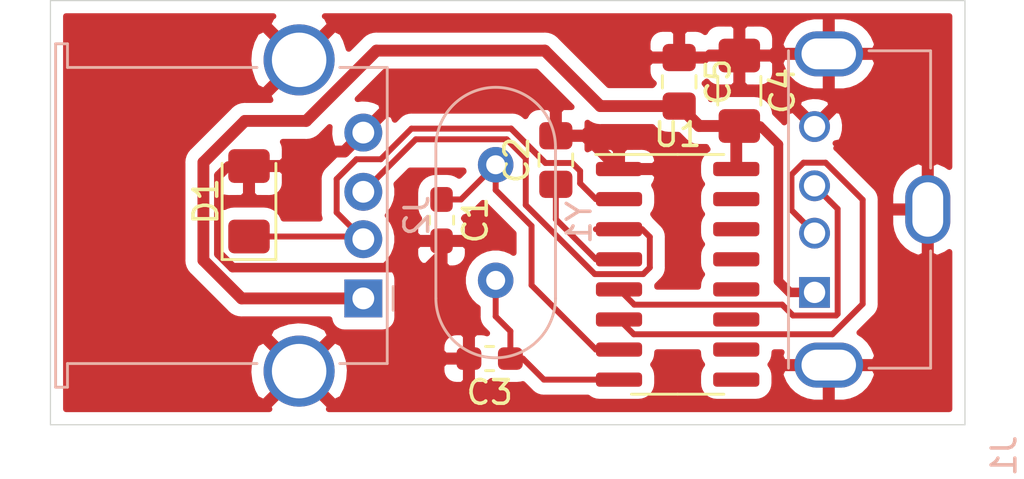
<source format=kicad_pcb>
(kicad_pcb (version 20171130) (host pcbnew 5.1.5+dfsg1-2build2)

  (general
    (thickness 1.6)
    (drawings 4)
    (tracks 92)
    (zones 0)
    (modules 10)
    (nets 10)
  )

  (page A4)
  (layers
    (0 F.Cu signal)
    (31 B.Cu signal)
    (32 B.Adhes user)
    (33 F.Adhes user)
    (34 B.Paste user)
    (35 F.Paste user)
    (36 B.SilkS user)
    (37 F.SilkS user)
    (38 B.Mask user)
    (39 F.Mask user)
    (40 Dwgs.User user)
    (41 Cmts.User user)
    (42 Eco1.User user)
    (43 Eco2.User user)
    (44 Edge.Cuts user)
    (45 Margin user)
    (46 B.CrtYd user)
    (47 F.CrtYd user)
    (48 B.Fab user)
    (49 F.Fab user)
  )

  (setup
    (last_trace_width 0.25)
    (trace_clearance 0.2)
    (zone_clearance 0.508)
    (zone_45_only no)
    (trace_min 0.2)
    (via_size 0.8)
    (via_drill 0.4)
    (via_min_size 0.4)
    (via_min_drill 0.3)
    (uvia_size 0.3)
    (uvia_drill 0.1)
    (uvias_allowed no)
    (uvia_min_size 0.2)
    (uvia_min_drill 0.1)
    (edge_width 0.05)
    (segment_width 0.2)
    (pcb_text_width 0.3)
    (pcb_text_size 1.5 1.5)
    (mod_edge_width 0.12)
    (mod_text_size 1 1)
    (mod_text_width 0.15)
    (pad_size 1.524 1.524)
    (pad_drill 0.762)
    (pad_to_mask_clearance 0.051)
    (solder_mask_min_width 0.25)
    (aux_axis_origin 0 0)
    (visible_elements FFFFFF7F)
    (pcbplotparams
      (layerselection 0x010fc_ffffffff)
      (usegerberextensions false)
      (usegerberattributes false)
      (usegerberadvancedattributes false)
      (creategerberjobfile false)
      (excludeedgelayer true)
      (linewidth 0.010000)
      (plotframeref false)
      (viasonmask false)
      (mode 1)
      (useauxorigin false)
      (hpglpennumber 1)
      (hpglpenspeed 20)
      (hpglpendiameter 15.000000)
      (psnegative false)
      (psa4output false)
      (plotreference true)
      (plotvalue true)
      (plotinvisibletext false)
      (padsonsilk false)
      (subtractmaskfromsilk false)
      (outputformat 1)
      (mirror false)
      (drillshape 1)
      (scaleselection 1)
      (outputdirectory ""))
  )

  (net 0 "")
  (net 1 "Net-(C1-Pad1)")
  (net 2 Earth)
  (net 3 "Net-(C2-Pad1)")
  (net 4 "Net-(C3-Pad1)")
  (net 5 +5V)
  (net 6 "Net-(D1-Pad1)")
  (net 7 "Net-(J1-Pad2)")
  (net 8 "Net-(J1-Pad3)")
  (net 9 "Net-(J2-Pad3)")

  (net_class Default "This is the default net class."
    (clearance 0.2)
    (trace_width 0.25)
    (via_dia 0.8)
    (via_drill 0.4)
    (uvia_dia 0.3)
    (uvia_drill 0.1)
    (add_net "Net-(C1-Pad1)")
    (add_net "Net-(C2-Pad1)")
    (add_net "Net-(C3-Pad1)")
    (add_net "Net-(D1-Pad1)")
    (add_net "Net-(J1-Pad2)")
    (add_net "Net-(J1-Pad3)")
    (add_net "Net-(J2-Pad3)")
  )

  (net_class Power ""
    (clearance 0.2)
    (trace_width 0.4)
    (via_dia 0.8)
    (via_drill 0.4)
    (uvia_dia 0.3)
    (uvia_drill 0.1)
    (add_net +5V)
    (add_net Earth)
  )

  (module Connector_USB:USB_A_Molex_105057_Vertical (layer B.Cu) (tedit 5C671087) (tstamp 5F4AF6F5)
    (at 134.62 103.632 90)
    (descr https://www.molex.com/pdm_docs/sd/1050570001_sd.pdf)
    (tags "USB A Vertical")
    (path /5F4B5260)
    (fp_text reference J1 (at -6.9 8 -90) (layer B.SilkS)
      (effects (font (size 1 1) (thickness 0.15)) (justify mirror))
    )
    (fp_text value USB (at 0 -8 90) (layer B.Fab)
      (effects (font (size 1 1) (thickness 0.15)) (justify mirror))
    )
    (fp_line (start 10.2 -1.1) (end -3.2 -1.1) (layer B.SilkS) (width 0.12))
    (fp_line (start 10.2 4.9) (end 5.25 4.9) (layer B.SilkS) (width 0.12))
    (fp_line (start 10.2 4.9) (end 10.2 2.3) (layer B.SilkS) (width 0.12))
    (fp_line (start -3.2 4.9) (end -3.2 2.3) (layer B.SilkS) (width 0.12))
    (fp_line (start -3.2 4.9) (end 1.75 4.9) (layer B.SilkS) (width 0.12))
    (fp_line (start 10.05 -0.96) (end 0.65 -0.96) (layer B.Fab) (width 0.1))
    (fp_line (start -0.65 -0.96) (end -3.05 -0.96) (layer B.Fab) (width 0.1))
    (fp_line (start 0 -0.2) (end 0.65 -0.96) (layer B.Fab) (width 0.1))
    (fp_line (start -0.65 -0.96) (end 0 -0.2) (layer B.Fab) (width 0.1))
    (fp_line (start -4.52 6.23) (end 11.52 6.23) (layer B.CrtYd) (width 0.05))
    (fp_line (start -4.52 -1.46) (end -4.52 6.23) (layer B.CrtYd) (width 0.05))
    (fp_line (start 11.52 -1.46) (end -4.52 -1.46) (layer B.CrtYd) (width 0.05))
    (fp_line (start 11.52 6.23) (end 11.52 -1.46) (layer B.CrtYd) (width 0.05))
    (fp_line (start -3.05 -0.96) (end -3.05 4.76) (layer B.Fab) (width 0.1))
    (fp_line (start 10.05 4.76) (end 10.05 -0.96) (layer B.Fab) (width 0.1))
    (fp_line (start -3.05 4.76) (end 10.05 4.76) (layer B.Fab) (width 0.1))
    (fp_text user %R (at -6 0) (layer B.Fab)
      (effects (font (size 1 1) (thickness 0.15)) (justify mirror))
    )
    (fp_text user "PCB Edge" (at 1.8 0.558 -90) (layer Dwgs.User)
      (effects (font (size 0.6 0.6) (thickness 0.09)))
    )
    (pad 5 thru_hole oval (at 3.5 4.78) (size 1.9 2.9) (drill oval 1.3 2.3) (layers *.Cu *.Mask)
      (net 2 Earth))
    (pad 5 thru_hole oval (at 10.07 0.6 90) (size 1.9 2.9) (drill oval 1.3 2.3) (layers *.Cu *.Mask)
      (net 2 Earth))
    (pad 5 thru_hole oval (at -3.07 0.6 270) (size 1.9 2.9) (drill oval 1.3 2.3) (layers *.Cu *.Mask)
      (net 2 Earth))
    (pad 4 thru_hole circle (at 7 0 90) (size 1.3 1.3) (drill 0.9) (layers *.Cu *.Mask)
      (net 2 Earth))
    (pad 3 thru_hole circle (at 4.5 0 90) (size 1.3 1.3) (drill 0.9) (layers *.Cu *.Mask)
      (net 8 "Net-(J1-Pad3)"))
    (pad 2 thru_hole circle (at 2.5 0 90) (size 1.3 1.3) (drill 0.9) (layers *.Cu *.Mask)
      (net 7 "Net-(J1-Pad2)"))
    (pad 1 thru_hole rect (at 0 0 90) (size 1.3 1.3) (drill 0.9) (layers *.Cu *.Mask)
      (net 5 +5V))
    (model ${KISYS3DMOD}/Connector_USB.3dshapes/USB_A_Molex_105057_Vertical.wrl
      (at (xyz 0 0 0))
      (scale (xyz 1 1 1))
      (rotate (xyz 0 0 0))
    )
  )

  (module Connector_USB:USB_A_Stewart_SS-52100-001_Horizontal (layer B.Cu) (tedit 5CB49A87) (tstamp 5F4AF5CA)
    (at 115.57 103.886 90)
    (descr "USB A connector https://belfuse.com/resources/drawings/stewartconnector/dr-stw-ss-52100-001.pdf")
    (tags "USB_A Female Connector receptacle")
    (path /5F4B4600)
    (fp_text reference J2 (at 3.5 2.26 -90) (layer B.SilkS)
      (effects (font (size 1 1) (thickness 0.15)) (justify mirror))
    )
    (fp_text value TTL (at 3.5 -14.49 -90) (layer B.Fab)
      (effects (font (size 1 1) (thickness 0.15)) (justify mirror))
    )
    (fp_line (start 10.25 -4.74) (end 11.25 -4.74) (layer B.CrtYd) (width 0.05))
    (fp_line (start 10.25 -11.99) (end 10.25 -4.74) (layer B.CrtYd) (width 0.05))
    (fp_line (start 11.25 -11.99) (end 10.25 -11.99) (layer B.CrtYd) (width 0.05))
    (fp_line (start 11.25 -13.49) (end 11.25 -11.99) (layer B.CrtYd) (width 0.05))
    (fp_line (start -4.25 -13.49) (end 11.25 -13.49) (layer B.CrtYd) (width 0.05))
    (fp_line (start -4.25 -11.99) (end -4.25 -13.49) (layer B.CrtYd) (width 0.05))
    (fp_line (start -3.25 -11.99) (end -4.25 -11.99) (layer B.CrtYd) (width 0.05))
    (fp_line (start -3.25 -4.74) (end -3.25 -11.99) (layer B.CrtYd) (width 0.05))
    (fp_line (start 0 0.76) (end 0.25 1.01) (layer B.Fab) (width 0.1))
    (fp_line (start -0.25 1.01) (end 0 0.76) (layer B.Fab) (width 0.1))
    (fp_line (start -0.5 1.26) (end 0.5 1.26) (layer B.SilkS) (width 0.12))
    (fp_line (start -3.75 -12.49) (end -3.75 -12.99) (layer B.SilkS) (width 0.12))
    (fp_line (start -2.75 -12.49) (end -3.75 -12.49) (layer B.SilkS) (width 0.12))
    (fp_line (start -2.75 -4.49) (end -2.75 -12.49) (layer B.SilkS) (width 0.12))
    (fp_line (start -2.75 1.01) (end -2.75 -0.99) (layer B.SilkS) (width 0.12))
    (fp_line (start 9.75 1.01) (end -2.75 1.01) (layer B.SilkS) (width 0.12))
    (fp_line (start 9.75 -0.99) (end 9.75 1.01) (layer B.SilkS) (width 0.12))
    (fp_line (start 9.75 -12.49) (end 9.75 -4.49) (layer B.SilkS) (width 0.12))
    (fp_line (start 10.75 -12.49) (end 9.75 -12.49) (layer B.SilkS) (width 0.12))
    (fp_line (start 10.75 -12.99) (end 10.75 -12.49) (layer B.SilkS) (width 0.12))
    (fp_line (start -3.75 -12.99) (end 10.75 -12.99) (layer B.SilkS) (width 0.12))
    (fp_text user %R (at 3.5 -5.99 -90) (layer B.Fab)
      (effects (font (size 1 1) (thickness 0.15)) (justify mirror))
    )
    (fp_line (start 9.75 -12.49) (end 9.75 1.01) (layer B.Fab) (width 0.1))
    (fp_line (start -2.75 1.01) (end 9.75 1.01) (layer B.Fab) (width 0.1))
    (fp_line (start -2.75 -12.49) (end -2.75 1.01) (layer B.Fab) (width 0.1))
    (fp_line (start -3.75 -12.99) (end 10.75 -12.99) (layer B.Fab) (width 0.1))
    (fp_line (start -3.75 -12.99) (end -3.75 -12.49) (layer B.Fab) (width 0.1))
    (fp_line (start -3.75 -12.49) (end -2.75 -12.49) (layer B.Fab) (width 0.1))
    (fp_line (start 9.75 -12.49) (end 10.75 -12.49) (layer B.Fab) (width 0.1))
    (fp_line (start 10.75 -12.49) (end 10.75 -12.99) (layer B.Fab) (width 0.1))
    (fp_line (start 12.15 -1.99) (end 11.25 -0.69) (layer B.CrtYd) (width 0.05))
    (fp_line (start 10.25 -0.69) (end 11.25 -0.69) (layer B.CrtYd) (width 0.05))
    (fp_line (start 12.15 -1.99) (end 12.15 -3.44) (layer B.CrtYd) (width 0.05))
    (fp_line (start 10.25 -0.69) (end 10.25 1.51) (layer B.CrtYd) (width 0.05))
    (fp_line (start 10.25 1.51) (end -3.25 1.51) (layer B.CrtYd) (width 0.05))
    (fp_line (start -3.25 -0.69) (end -3.25 1.51) (layer B.CrtYd) (width 0.05))
    (fp_line (start 12.15 -3.44) (end 11.25 -4.74) (layer B.CrtYd) (width 0.05))
    (fp_line (start -3.25 -0.69) (end -4.25 -0.69) (layer B.CrtYd) (width 0.05))
    (fp_line (start -5.15 -3.44) (end -4.25 -4.74) (layer B.CrtYd) (width 0.05))
    (fp_line (start -3.25 -4.74) (end -4.25 -4.74) (layer B.CrtYd) (width 0.05))
    (fp_line (start -5.15 -3.44) (end -5.15 -1.99) (layer B.CrtYd) (width 0.05))
    (fp_line (start -5.15 -1.99) (end -4.25 -0.69) (layer B.CrtYd) (width 0.05))
    (pad 5 thru_hole circle (at 10.07 -2.71 90) (size 3 3) (drill 2.3) (layers *.Cu *.Mask)
      (net 2 Earth))
    (pad 5 thru_hole circle (at -3.07 -2.71 90) (size 3 3) (drill 2.3) (layers *.Cu *.Mask)
      (net 2 Earth))
    (pad 1 thru_hole rect (at 0 0 90) (size 1.6 1.6) (drill 0.92) (layers *.Cu *.Mask)
      (net 5 +5V))
    (pad 2 thru_hole circle (at 2.5 0 90) (size 1.6 1.6) (drill 0.92) (layers *.Cu *.Mask)
      (net 6 "Net-(D1-Pad1)"))
    (pad 3 thru_hole circle (at 4.5 0 90) (size 1.6 1.6) (drill 0.92) (layers *.Cu *.Mask)
      (net 9 "Net-(J2-Pad3)"))
    (pad 4 thru_hole circle (at 7 0 90) (size 1.6 1.6) (drill 0.92) (layers *.Cu *.Mask)
      (net 2 Earth))
    (model ${KISYS3DMOD}/Connector_USB.3dshapes/USB_A_Stewart_SS-52100-001_Horizontal.wrl
      (at (xyz 0 0 0))
      (scale (xyz 1 1 1))
      (rotate (xyz 0 0 0))
    )
  )

  (module Package_SO:SOIC-16_3.9x9.9mm_P1.27mm (layer F.Cu) (tedit 5D9F72B1) (tstamp 5F4AF555)
    (at 128.84 102.87)
    (descr "SOIC, 16 Pin (JEDEC MS-012AC, https://www.analog.com/media/en/package-pcb-resources/package/pkg_pdf/soic_narrow-r/r_16.pdf), generated with kicad-footprint-generator ipc_gullwing_generator.py")
    (tags "SOIC SO")
    (path /5F4B2DFB)
    (attr smd)
    (fp_text reference U1 (at 0 -5.9) (layer F.SilkS)
      (effects (font (size 1 1) (thickness 0.15)))
    )
    (fp_text value CH340G (at 0 5.9) (layer F.Fab)
      (effects (font (size 1 1) (thickness 0.15)))
    )
    (fp_line (start 0 5.06) (end 1.95 5.06) (layer F.SilkS) (width 0.12))
    (fp_line (start 0 5.06) (end -1.95 5.06) (layer F.SilkS) (width 0.12))
    (fp_line (start 0 -5.06) (end 1.95 -5.06) (layer F.SilkS) (width 0.12))
    (fp_line (start 0 -5.06) (end -3.45 -5.06) (layer F.SilkS) (width 0.12))
    (fp_line (start -0.975 -4.95) (end 1.95 -4.95) (layer F.Fab) (width 0.1))
    (fp_line (start 1.95 -4.95) (end 1.95 4.95) (layer F.Fab) (width 0.1))
    (fp_line (start 1.95 4.95) (end -1.95 4.95) (layer F.Fab) (width 0.1))
    (fp_line (start -1.95 4.95) (end -1.95 -3.975) (layer F.Fab) (width 0.1))
    (fp_line (start -1.95 -3.975) (end -0.975 -4.95) (layer F.Fab) (width 0.1))
    (fp_line (start -3.7 -5.2) (end -3.7 5.2) (layer F.CrtYd) (width 0.05))
    (fp_line (start -3.7 5.2) (end 3.7 5.2) (layer F.CrtYd) (width 0.05))
    (fp_line (start 3.7 5.2) (end 3.7 -5.2) (layer F.CrtYd) (width 0.05))
    (fp_line (start 3.7 -5.2) (end -3.7 -5.2) (layer F.CrtYd) (width 0.05))
    (fp_text user %R (at 0 0) (layer F.Fab)
      (effects (font (size 0.98 0.98) (thickness 0.15)))
    )
    (pad 1 smd roundrect (at -2.475 -4.445) (size 1.95 0.6) (layers F.Cu F.Paste F.Mask) (roundrect_rratio 0.25)
      (net 2 Earth))
    (pad 2 smd roundrect (at -2.475 -3.175) (size 1.95 0.6) (layers F.Cu F.Paste F.Mask) (roundrect_rratio 0.25)
      (net 6 "Net-(D1-Pad1)"))
    (pad 3 smd roundrect (at -2.475 -1.905) (size 1.95 0.6) (layers F.Cu F.Paste F.Mask) (roundrect_rratio 0.25)
      (net 9 "Net-(J2-Pad3)"))
    (pad 4 smd roundrect (at -2.475 -0.635) (size 1.95 0.6) (layers F.Cu F.Paste F.Mask) (roundrect_rratio 0.25)
      (net 3 "Net-(C2-Pad1)"))
    (pad 5 smd roundrect (at -2.475 0.635) (size 1.95 0.6) (layers F.Cu F.Paste F.Mask) (roundrect_rratio 0.25)
      (net 8 "Net-(J1-Pad3)"))
    (pad 6 smd roundrect (at -2.475 1.905) (size 1.95 0.6) (layers F.Cu F.Paste F.Mask) (roundrect_rratio 0.25)
      (net 7 "Net-(J1-Pad2)"))
    (pad 7 smd roundrect (at -2.475 3.175) (size 1.95 0.6) (layers F.Cu F.Paste F.Mask) (roundrect_rratio 0.25)
      (net 1 "Net-(C1-Pad1)"))
    (pad 8 smd roundrect (at -2.475 4.445) (size 1.95 0.6) (layers F.Cu F.Paste F.Mask) (roundrect_rratio 0.25)
      (net 4 "Net-(C3-Pad1)"))
    (pad 9 smd roundrect (at 2.475 4.445) (size 1.95 0.6) (layers F.Cu F.Paste F.Mask) (roundrect_rratio 0.25))
    (pad 10 smd roundrect (at 2.475 3.175) (size 1.95 0.6) (layers F.Cu F.Paste F.Mask) (roundrect_rratio 0.25))
    (pad 11 smd roundrect (at 2.475 1.905) (size 1.95 0.6) (layers F.Cu F.Paste F.Mask) (roundrect_rratio 0.25))
    (pad 12 smd roundrect (at 2.475 0.635) (size 1.95 0.6) (layers F.Cu F.Paste F.Mask) (roundrect_rratio 0.25))
    (pad 13 smd roundrect (at 2.475 -0.635) (size 1.95 0.6) (layers F.Cu F.Paste F.Mask) (roundrect_rratio 0.25))
    (pad 14 smd roundrect (at 2.475 -1.905) (size 1.95 0.6) (layers F.Cu F.Paste F.Mask) (roundrect_rratio 0.25))
    (pad 15 smd roundrect (at 2.475 -3.175) (size 1.95 0.6) (layers F.Cu F.Paste F.Mask) (roundrect_rratio 0.25))
    (pad 16 smd roundrect (at 2.475 -4.445) (size 1.95 0.6) (layers F.Cu F.Paste F.Mask) (roundrect_rratio 0.25)
      (net 5 +5V))
    (model ${KISYS3DMOD}/Package_SO.3dshapes/SOIC-16_3.9x9.9mm_P1.27mm.wrl
      (at (xyz 0 0 0))
      (scale (xyz 1 1 1))
      (rotate (xyz 0 0 0))
    )
  )

  (module Crystal:Crystal_HC49-4H_Vertical (layer B.Cu) (tedit 5A1AD3B7) (tstamp 5F4B115E)
    (at 121.158 103.124 90)
    (descr "Crystal THT HC-49-4H http://5hertz.com/pdfs/04404_D.pdf")
    (tags "THT crystalHC-49-4H")
    (path /5F4B3750)
    (fp_text reference Y1 (at 2.44 3.525 270) (layer B.SilkS)
      (effects (font (size 1 1) (thickness 0.15)) (justify mirror))
    )
    (fp_text value 12MHz (at 2.44 -3.525 270) (layer B.Fab)
      (effects (font (size 1 1) (thickness 0.15)) (justify mirror))
    )
    (fp_text user %R (at 2.44 0 270) (layer B.Fab)
      (effects (font (size 1 1) (thickness 0.15)) (justify mirror))
    )
    (fp_line (start -0.76 2.325) (end 5.64 2.325) (layer B.Fab) (width 0.1))
    (fp_line (start -0.76 -2.325) (end 5.64 -2.325) (layer B.Fab) (width 0.1))
    (fp_line (start -0.56 2) (end 5.44 2) (layer B.Fab) (width 0.1))
    (fp_line (start -0.56 -2) (end 5.44 -2) (layer B.Fab) (width 0.1))
    (fp_line (start -0.76 2.525) (end 5.64 2.525) (layer B.SilkS) (width 0.12))
    (fp_line (start -0.76 -2.525) (end 5.64 -2.525) (layer B.SilkS) (width 0.12))
    (fp_line (start -3.6 2.8) (end -3.6 -2.8) (layer B.CrtYd) (width 0.05))
    (fp_line (start -3.6 -2.8) (end 8.5 -2.8) (layer B.CrtYd) (width 0.05))
    (fp_line (start 8.5 -2.8) (end 8.5 2.8) (layer B.CrtYd) (width 0.05))
    (fp_line (start 8.5 2.8) (end -3.6 2.8) (layer B.CrtYd) (width 0.05))
    (fp_arc (start -0.76 0) (end -0.76 2.325) (angle 180) (layer B.Fab) (width 0.1))
    (fp_arc (start 5.64 0) (end 5.64 2.325) (angle -180) (layer B.Fab) (width 0.1))
    (fp_arc (start -0.56 0) (end -0.56 2) (angle 180) (layer B.Fab) (width 0.1))
    (fp_arc (start 5.44 0) (end 5.44 2) (angle -180) (layer B.Fab) (width 0.1))
    (fp_arc (start -0.76 0) (end -0.76 2.525) (angle 180) (layer B.SilkS) (width 0.12))
    (fp_arc (start 5.64 0) (end 5.64 2.525) (angle -180) (layer B.SilkS) (width 0.12))
    (pad 1 thru_hole circle (at 0 0 90) (size 1.5 1.5) (drill 0.8) (layers *.Cu *.Mask)
      (net 4 "Net-(C3-Pad1)"))
    (pad 2 thru_hole circle (at 4.88 0 90) (size 1.5 1.5) (drill 0.8) (layers *.Cu *.Mask)
      (net 1 "Net-(C1-Pad1)"))
    (model ${KISYS3DMOD}/Crystal.3dshapes/Crystal_HC49-4H_Vertical.wrl
      (at (xyz 0 0 0))
      (scale (xyz 1 1 1))
      (rotate (xyz 0 0 0))
    )
  )

  (module Capacitor_SMD:C_0603_1608Metric_Pad1.05x0.95mm_HandSolder (layer F.Cu) (tedit 5B301BBE) (tstamp 5F4B119A)
    (at 118.872 100.584 270)
    (descr "Capacitor SMD 0603 (1608 Metric), square (rectangular) end terminal, IPC_7351 nominal with elongated pad for handsoldering. (Body size source: http://www.tortai-tech.com/upload/download/2011102023233369053.pdf), generated with kicad-footprint-generator")
    (tags "capacitor handsolder")
    (path /5F4B5F46)
    (attr smd)
    (fp_text reference C1 (at 0 -1.43 90) (layer F.SilkS)
      (effects (font (size 1 1) (thickness 0.15)))
    )
    (fp_text value 22pF (at 0 1.43 90) (layer F.Fab)
      (effects (font (size 1 1) (thickness 0.15)))
    )
    (fp_text user %R (at 0 0 90) (layer F.Fab)
      (effects (font (size 0.4 0.4) (thickness 0.06)))
    )
    (fp_line (start 1.65 0.73) (end -1.65 0.73) (layer F.CrtYd) (width 0.05))
    (fp_line (start 1.65 -0.73) (end 1.65 0.73) (layer F.CrtYd) (width 0.05))
    (fp_line (start -1.65 -0.73) (end 1.65 -0.73) (layer F.CrtYd) (width 0.05))
    (fp_line (start -1.65 0.73) (end -1.65 -0.73) (layer F.CrtYd) (width 0.05))
    (fp_line (start -0.171267 0.51) (end 0.171267 0.51) (layer F.SilkS) (width 0.12))
    (fp_line (start -0.171267 -0.51) (end 0.171267 -0.51) (layer F.SilkS) (width 0.12))
    (fp_line (start 0.8 0.4) (end -0.8 0.4) (layer F.Fab) (width 0.1))
    (fp_line (start 0.8 -0.4) (end 0.8 0.4) (layer F.Fab) (width 0.1))
    (fp_line (start -0.8 -0.4) (end 0.8 -0.4) (layer F.Fab) (width 0.1))
    (fp_line (start -0.8 0.4) (end -0.8 -0.4) (layer F.Fab) (width 0.1))
    (pad 2 smd roundrect (at 0.875 0 270) (size 1.05 0.95) (layers F.Cu F.Paste F.Mask) (roundrect_rratio 0.25)
      (net 2 Earth))
    (pad 1 smd roundrect (at -0.875 0 270) (size 1.05 0.95) (layers F.Cu F.Paste F.Mask) (roundrect_rratio 0.25)
      (net 1 "Net-(C1-Pad1)"))
    (model ${KISYS3DMOD}/Capacitor_SMD.3dshapes/C_0603_1608Metric.wrl
      (at (xyz 0 0 0))
      (scale (xyz 1 1 1))
      (rotate (xyz 0 0 0))
    )
  )

  (module Capacitor_SMD:C_0805_2012Metric_Pad1.15x1.40mm_HandSolder (layer F.Cu) (tedit 5B36C52B) (tstamp 5F4B1AC4)
    (at 123.698 98.044 90)
    (descr "Capacitor SMD 0805 (2012 Metric), square (rectangular) end terminal, IPC_7351 nominal with elongated pad for handsoldering. (Body size source: https://docs.google.com/spreadsheets/d/1BsfQQcO9C6DZCsRaXUlFlo91Tg2WpOkGARC1WS5S8t0/edit?usp=sharing), generated with kicad-footprint-generator")
    (tags "capacitor handsolder")
    (path /5F4B812A)
    (attr smd)
    (fp_text reference C2 (at 0 -1.65 90) (layer F.SilkS)
      (effects (font (size 1 1) (thickness 0.15)))
    )
    (fp_text value 0.1uF (at 0 1.65 90) (layer F.Fab)
      (effects (font (size 1 1) (thickness 0.15)))
    )
    (fp_line (start -1 0.6) (end -1 -0.6) (layer F.Fab) (width 0.1))
    (fp_line (start -1 -0.6) (end 1 -0.6) (layer F.Fab) (width 0.1))
    (fp_line (start 1 -0.6) (end 1 0.6) (layer F.Fab) (width 0.1))
    (fp_line (start 1 0.6) (end -1 0.6) (layer F.Fab) (width 0.1))
    (fp_line (start -0.261252 -0.71) (end 0.261252 -0.71) (layer F.SilkS) (width 0.12))
    (fp_line (start -0.261252 0.71) (end 0.261252 0.71) (layer F.SilkS) (width 0.12))
    (fp_line (start -1.85 0.95) (end -1.85 -0.95) (layer F.CrtYd) (width 0.05))
    (fp_line (start -1.85 -0.95) (end 1.85 -0.95) (layer F.CrtYd) (width 0.05))
    (fp_line (start 1.85 -0.95) (end 1.85 0.95) (layer F.CrtYd) (width 0.05))
    (fp_line (start 1.85 0.95) (end -1.85 0.95) (layer F.CrtYd) (width 0.05))
    (fp_text user %R (at 0 0 90) (layer F.Fab)
      (effects (font (size 0.5 0.5) (thickness 0.08)))
    )
    (pad 1 smd roundrect (at -1.025 0 90) (size 1.15 1.4) (layers F.Cu F.Paste F.Mask) (roundrect_rratio 0.217391)
      (net 3 "Net-(C2-Pad1)"))
    (pad 2 smd roundrect (at 1.025 0 90) (size 1.15 1.4) (layers F.Cu F.Paste F.Mask) (roundrect_rratio 0.217391)
      (net 2 Earth))
    (model ${KISYS3DMOD}/Capacitor_SMD.3dshapes/C_0805_2012Metric.wrl
      (at (xyz 0 0 0))
      (scale (xyz 1 1 1))
      (rotate (xyz 0 0 0))
    )
  )

  (module Capacitor_SMD:C_0603_1608Metric_Pad1.05x0.95mm_HandSolder (layer F.Cu) (tedit 5B301BBE) (tstamp 5F4B157F)
    (at 120.904 106.426 180)
    (descr "Capacitor SMD 0603 (1608 Metric), square (rectangular) end terminal, IPC_7351 nominal with elongated pad for handsoldering. (Body size source: http://www.tortai-tech.com/upload/download/2011102023233369053.pdf), generated with kicad-footprint-generator")
    (tags "capacitor handsolder")
    (path /5F4B6BDE)
    (attr smd)
    (fp_text reference C3 (at 0 -1.43) (layer F.SilkS)
      (effects (font (size 1 1) (thickness 0.15)))
    )
    (fp_text value 22pF (at 0 1.43) (layer F.Fab)
      (effects (font (size 1 1) (thickness 0.15)))
    )
    (fp_text user %R (at 0 0) (layer F.Fab)
      (effects (font (size 0.4 0.4) (thickness 0.06)))
    )
    (fp_line (start 1.65 0.73) (end -1.65 0.73) (layer F.CrtYd) (width 0.05))
    (fp_line (start 1.65 -0.73) (end 1.65 0.73) (layer F.CrtYd) (width 0.05))
    (fp_line (start -1.65 -0.73) (end 1.65 -0.73) (layer F.CrtYd) (width 0.05))
    (fp_line (start -1.65 0.73) (end -1.65 -0.73) (layer F.CrtYd) (width 0.05))
    (fp_line (start -0.171267 0.51) (end 0.171267 0.51) (layer F.SilkS) (width 0.12))
    (fp_line (start -0.171267 -0.51) (end 0.171267 -0.51) (layer F.SilkS) (width 0.12))
    (fp_line (start 0.8 0.4) (end -0.8 0.4) (layer F.Fab) (width 0.1))
    (fp_line (start 0.8 -0.4) (end 0.8 0.4) (layer F.Fab) (width 0.1))
    (fp_line (start -0.8 -0.4) (end 0.8 -0.4) (layer F.Fab) (width 0.1))
    (fp_line (start -0.8 0.4) (end -0.8 -0.4) (layer F.Fab) (width 0.1))
    (pad 2 smd roundrect (at 0.875 0 180) (size 1.05 0.95) (layers F.Cu F.Paste F.Mask) (roundrect_rratio 0.25)
      (net 2 Earth))
    (pad 1 smd roundrect (at -0.875 0 180) (size 1.05 0.95) (layers F.Cu F.Paste F.Mask) (roundrect_rratio 0.25)
      (net 4 "Net-(C3-Pad1)"))
    (model ${KISYS3DMOD}/Capacitor_SMD.3dshapes/C_0603_1608Metric.wrl
      (at (xyz 0 0 0))
      (scale (xyz 1 1 1))
      (rotate (xyz 0 0 0))
    )
  )

  (module Capacitor_SMD:C_1206_3216Metric_Pad1.42x1.75mm_HandSolder (layer F.Cu) (tedit 5B301BBE) (tstamp 5F4B0A71)
    (at 131.445 95.12 270)
    (descr "Capacitor SMD 1206 (3216 Metric), square (rectangular) end terminal, IPC_7351 nominal with elongated pad for handsoldering. (Body size source: http://www.tortai-tech.com/upload/download/2011102023233369053.pdf), generated with kicad-footprint-generator")
    (tags "capacitor handsolder")
    (path /5F4B83EB)
    (attr smd)
    (fp_text reference C4 (at 0 -1.82 90) (layer F.SilkS)
      (effects (font (size 1 1) (thickness 0.15)))
    )
    (fp_text value 10uF (at 0 1.82 90) (layer F.Fab)
      (effects (font (size 1 1) (thickness 0.15)))
    )
    (fp_line (start -1.6 0.8) (end -1.6 -0.8) (layer F.Fab) (width 0.1))
    (fp_line (start -1.6 -0.8) (end 1.6 -0.8) (layer F.Fab) (width 0.1))
    (fp_line (start 1.6 -0.8) (end 1.6 0.8) (layer F.Fab) (width 0.1))
    (fp_line (start 1.6 0.8) (end -1.6 0.8) (layer F.Fab) (width 0.1))
    (fp_line (start -0.602064 -0.91) (end 0.602064 -0.91) (layer F.SilkS) (width 0.12))
    (fp_line (start -0.602064 0.91) (end 0.602064 0.91) (layer F.SilkS) (width 0.12))
    (fp_line (start -2.45 1.12) (end -2.45 -1.12) (layer F.CrtYd) (width 0.05))
    (fp_line (start -2.45 -1.12) (end 2.45 -1.12) (layer F.CrtYd) (width 0.05))
    (fp_line (start 2.45 -1.12) (end 2.45 1.12) (layer F.CrtYd) (width 0.05))
    (fp_line (start 2.45 1.12) (end -2.45 1.12) (layer F.CrtYd) (width 0.05))
    (fp_text user %R (at 0 0 90) (layer F.Fab)
      (effects (font (size 0.8 0.8) (thickness 0.12)))
    )
    (pad 1 smd roundrect (at -1.4875 0 270) (size 1.425 1.75) (layers F.Cu F.Paste F.Mask) (roundrect_rratio 0.175439)
      (net 2 Earth))
    (pad 2 smd roundrect (at 1.4875 0 270) (size 1.425 1.75) (layers F.Cu F.Paste F.Mask) (roundrect_rratio 0.175439)
      (net 5 +5V))
    (model ${KISYS3DMOD}/Capacitor_SMD.3dshapes/C_1206_3216Metric.wrl
      (at (xyz 0 0 0))
      (scale (xyz 1 1 1))
      (rotate (xyz 0 0 0))
    )
  )

  (module Capacitor_SMD:C_0805_2012Metric_Pad1.15x1.40mm_HandSolder (layer F.Cu) (tedit 5B36C52B) (tstamp 5F4B0A81)
    (at 128.905 94.742 270)
    (descr "Capacitor SMD 0805 (2012 Metric), square (rectangular) end terminal, IPC_7351 nominal with elongated pad for handsoldering. (Body size source: https://docs.google.com/spreadsheets/d/1BsfQQcO9C6DZCsRaXUlFlo91Tg2WpOkGARC1WS5S8t0/edit?usp=sharing), generated with kicad-footprint-generator")
    (tags "capacitor handsolder")
    (path /5F4CD1A1)
    (attr smd)
    (fp_text reference C5 (at 0 -1.65 90) (layer F.SilkS)
      (effects (font (size 1 1) (thickness 0.15)))
    )
    (fp_text value 0.1uF (at 0 1.65 90) (layer F.Fab)
      (effects (font (size 1 1) (thickness 0.15)))
    )
    (fp_text user %R (at 0 0 90) (layer F.Fab)
      (effects (font (size 0.5 0.5) (thickness 0.08)))
    )
    (fp_line (start 1.85 0.95) (end -1.85 0.95) (layer F.CrtYd) (width 0.05))
    (fp_line (start 1.85 -0.95) (end 1.85 0.95) (layer F.CrtYd) (width 0.05))
    (fp_line (start -1.85 -0.95) (end 1.85 -0.95) (layer F.CrtYd) (width 0.05))
    (fp_line (start -1.85 0.95) (end -1.85 -0.95) (layer F.CrtYd) (width 0.05))
    (fp_line (start -0.261252 0.71) (end 0.261252 0.71) (layer F.SilkS) (width 0.12))
    (fp_line (start -0.261252 -0.71) (end 0.261252 -0.71) (layer F.SilkS) (width 0.12))
    (fp_line (start 1 0.6) (end -1 0.6) (layer F.Fab) (width 0.1))
    (fp_line (start 1 -0.6) (end 1 0.6) (layer F.Fab) (width 0.1))
    (fp_line (start -1 -0.6) (end 1 -0.6) (layer F.Fab) (width 0.1))
    (fp_line (start -1 0.6) (end -1 -0.6) (layer F.Fab) (width 0.1))
    (pad 2 smd roundrect (at 1.025 0 270) (size 1.15 1.4) (layers F.Cu F.Paste F.Mask) (roundrect_rratio 0.217391)
      (net 5 +5V))
    (pad 1 smd roundrect (at -1.025 0 270) (size 1.15 1.4) (layers F.Cu F.Paste F.Mask) (roundrect_rratio 0.217391)
      (net 2 Earth))
    (model ${KISYS3DMOD}/Capacitor_SMD.3dshapes/C_0805_2012Metric.wrl
      (at (xyz 0 0 0))
      (scale (xyz 1 1 1))
      (rotate (xyz 0 0 0))
    )
  )

  (module Diode_SMD:D_1206_3216Metric_Pad1.42x1.75mm_HandSolder (layer F.Cu) (tedit 5B4B45C8) (tstamp 5F4B0A91)
    (at 110.744 99.7855 90)
    (descr "Diode SMD 1206 (3216 Metric), square (rectangular) end terminal, IPC_7351 nominal, (Body size source: http://www.tortai-tech.com/upload/download/2011102023233369053.pdf), generated with kicad-footprint-generator")
    (tags "diode handsolder")
    (path /5F53541B)
    (attr smd)
    (fp_text reference D1 (at 0 -1.82 90) (layer F.SilkS)
      (effects (font (size 1 1) (thickness 0.15)))
    )
    (fp_text value 1N4148 (at 0 1.82 90) (layer F.Fab)
      (effects (font (size 1 1) (thickness 0.15)))
    )
    (fp_line (start 1.6 -0.8) (end -1.2 -0.8) (layer F.Fab) (width 0.1))
    (fp_line (start -1.2 -0.8) (end -1.6 -0.4) (layer F.Fab) (width 0.1))
    (fp_line (start -1.6 -0.4) (end -1.6 0.8) (layer F.Fab) (width 0.1))
    (fp_line (start -1.6 0.8) (end 1.6 0.8) (layer F.Fab) (width 0.1))
    (fp_line (start 1.6 0.8) (end 1.6 -0.8) (layer F.Fab) (width 0.1))
    (fp_line (start 1.6 -1.135) (end -2.46 -1.135) (layer F.SilkS) (width 0.12))
    (fp_line (start -2.46 -1.135) (end -2.46 1.135) (layer F.SilkS) (width 0.12))
    (fp_line (start -2.46 1.135) (end 1.6 1.135) (layer F.SilkS) (width 0.12))
    (fp_line (start -2.45 1.12) (end -2.45 -1.12) (layer F.CrtYd) (width 0.05))
    (fp_line (start -2.45 -1.12) (end 2.45 -1.12) (layer F.CrtYd) (width 0.05))
    (fp_line (start 2.45 -1.12) (end 2.45 1.12) (layer F.CrtYd) (width 0.05))
    (fp_line (start 2.45 1.12) (end -2.45 1.12) (layer F.CrtYd) (width 0.05))
    (fp_text user %R (at 0 0 90) (layer F.Fab)
      (effects (font (size 0.8 0.8) (thickness 0.12)))
    )
    (pad 1 smd roundrect (at -1.4875 0 90) (size 1.425 1.75) (layers F.Cu F.Paste F.Mask) (roundrect_rratio 0.175439)
      (net 6 "Net-(D1-Pad1)"))
    (pad 2 smd roundrect (at 1.4875 0 90) (size 1.425 1.75) (layers F.Cu F.Paste F.Mask) (roundrect_rratio 0.175439)
      (net 2 Earth))
    (model ${KISYS3DMOD}/Diode_SMD.3dshapes/D_1206_3216Metric.wrl
      (at (xyz 0 0 0))
      (scale (xyz 1 1 1))
      (rotate (xyz 0 0 0))
    )
  )

  (gr_line (start 140.97 109.22) (end 102.362 109.22) (layer Edge.Cuts) (width 0.05) (tstamp 5F4B12B3))
  (gr_line (start 140.97 91.313) (end 140.97 109.22) (layer Edge.Cuts) (width 0.05))
  (gr_line (start 102.362 91.313) (end 140.97 91.313) (layer Edge.Cuts) (width 0.05))
  (gr_line (start 102.362 109.22) (end 102.362 91.313) (layer Edge.Cuts) (width 0.05) (tstamp 5F4B12B0))

  (segment (start 119.693 99.709) (end 121.158 98.244) (width 0.25) (layer F.Cu) (net 1) (status 20))
  (segment (start 118.872 99.709) (end 119.693 99.709) (width 0.25) (layer F.Cu) (net 1) (status 10))
  (segment (start 122.67299 100.826168) (end 122.67299 103.32799) (width 0.25) (layer F.Cu) (net 1))
  (segment (start 121.158 98.244) (end 121.158 99.311178) (width 0.25) (layer F.Cu) (net 1) (status 10))
  (segment (start 122.67299 103.32799) (end 125.39 106.045) (width 0.25) (layer F.Cu) (net 1) (status 20))
  (segment (start 121.158 99.311178) (end 122.67299 100.826168) (width 0.25) (layer F.Cu) (net 1))
  (segment (start 125.39 106.045) (end 126.365 106.045) (width 0.25) (layer F.Cu) (net 1) (status 30))
  (segment (start 124.959 97.019) (end 123.698 97.019) (width 0.5) (layer F.Cu) (net 2) (status 20))
  (segment (start 126.365 98.425) (end 124.959 97.019) (width 0.5) (layer F.Cu) (net 2) (status 10))
  (segment (start 114.770001 97.685999) (end 113.134001 97.685999) (width 0.5) (layer F.Cu) (net 2))
  (segment (start 115.57 96.886) (end 114.770001 97.685999) (width 0.5) (layer F.Cu) (net 2) (status 10))
  (segment (start 118.872 101.984) (end 118.872 101.459) (width 0.4) (layer F.Cu) (net 2) (status 20))
  (segment (start 118.269999 102.586001) (end 118.872 101.984) (width 0.4) (layer F.Cu) (net 2))
  (segment (start 110.050245 102.586001) (end 118.269999 102.586001) (width 0.4) (layer F.Cu) (net 2))
  (segment (start 109.869 98.298) (end 109.46899 98.69801) (width 0.4) (layer F.Cu) (net 2) (status 10))
  (segment (start 110.744 98.298) (end 109.869 98.298) (width 0.4) (layer F.Cu) (net 2) (status 30))
  (segment (start 109.46899 102.004746) (end 110.050245 102.586001) (width 0.4) (layer F.Cu) (net 2))
  (segment (start 109.46899 98.69801) (end 109.46899 102.004746) (width 0.4) (layer F.Cu) (net 2))
  (segment (start 125.39 102.235) (end 126.365 102.235) (width 0.25) (layer F.Cu) (net 3) (status 30))
  (segment (start 123.698 100.543) (end 125.39 102.235) (width 0.25) (layer F.Cu) (net 3) (status 20))
  (segment (start 123.698 99.069) (end 123.698 100.543) (width 0.25) (layer F.Cu) (net 3) (status 10))
  (segment (start 121.158 103.124) (end 121.158 104.648) (width 0.25) (layer F.Cu) (net 4) (status 10))
  (segment (start 121.779 105.269) (end 121.779 106.426) (width 0.25) (layer F.Cu) (net 4) (status 20))
  (segment (start 121.158 104.648) (end 121.779 105.269) (width 0.25) (layer F.Cu) (net 4))
  (segment (start 125.39 107.315) (end 126.365 107.315) (width 0.25) (layer F.Cu) (net 4) (status 30))
  (segment (start 123.193 107.315) (end 125.39 107.315) (width 0.25) (layer F.Cu) (net 4) (status 20))
  (segment (start 122.304 106.426) (end 123.193 107.315) (width 0.25) (layer F.Cu) (net 4))
  (segment (start 121.779 106.426) (end 122.304 106.426) (width 0.25) (layer F.Cu) (net 4) (status 10))
  (segment (start 131.315 96.7375) (end 131.445 96.6075) (width 0.5) (layer F.Cu) (net 5) (status 30))
  (segment (start 131.315 98.425) (end 131.315 96.7375) (width 0.5) (layer F.Cu) (net 5) (status 30))
  (segment (start 129.7455 96.6075) (end 128.905 95.767) (width 0.5) (layer F.Cu) (net 5) (status 20))
  (segment (start 131.445 96.6075) (end 129.7455 96.6075) (width 0.5) (layer F.Cu) (net 5) (status 10))
  (segment (start 108.81898 102.27399) (end 110.43099 103.886) (width 0.5) (layer F.Cu) (net 5))
  (segment (start 108.81898 98.145554) (end 108.81898 102.27399) (width 0.5) (layer F.Cu) (net 5))
  (segment (start 110.571534 96.393) (end 108.81898 98.145554) (width 0.5) (layer F.Cu) (net 5))
  (segment (start 123.232076 93.42497) (end 116.12503 93.42497) (width 0.5) (layer F.Cu) (net 5))
  (segment (start 125.574108 95.767) (end 123.232076 93.42497) (width 0.5) (layer F.Cu) (net 5))
  (segment (start 110.43099 103.886) (end 115.57 103.886) (width 0.5) (layer F.Cu) (net 5) (status 20))
  (segment (start 128.905 95.767) (end 125.574108 95.767) (width 0.5) (layer F.Cu) (net 5) (status 10))
  (segment (start 116.12503 93.42497) (end 113.157 96.393) (width 0.5) (layer F.Cu) (net 5))
  (segment (start 113.157 96.393) (end 110.571534 96.393) (width 0.5) (layer F.Cu) (net 5))
  (segment (start 132.32 96.6075) (end 131.445 96.6075) (width 0.4) (layer F.Cu) (net 5))
  (segment (start 133.096 97.3835) (end 132.32 96.6075) (width 0.4) (layer F.Cu) (net 5))
  (segment (start 133.096 103.158) (end 133.096 97.3835) (width 0.4) (layer F.Cu) (net 5))
  (segment (start 133.57 103.632) (end 133.096 103.158) (width 0.4) (layer F.Cu) (net 5))
  (segment (start 134.62 103.632) (end 133.57 103.632) (width 0.4) (layer F.Cu) (net 5))
  (segment (start 115.457 101.273) (end 115.57 101.386) (width 0.25) (layer F.Cu) (net 6) (status 30))
  (segment (start 110.744 101.273) (end 115.457 101.273) (width 0.25) (layer F.Cu) (net 6) (status 30))
  (segment (start 116.308589 98.011001) (end 115.279997 98.011001) (width 0.25) (layer F.Cu) (net 6))
  (segment (start 123.2598 98.16899) (end 121.809798 96.718988) (width 0.25) (layer F.Cu) (net 6))
  (segment (start 121.809798 96.718988) (end 117.600602 96.718988) (width 0.25) (layer F.Cu) (net 6))
  (segment (start 124.38618 98.16899) (end 123.2598 98.16899) (width 0.25) (layer F.Cu) (net 6))
  (segment (start 117.600602 96.718988) (end 116.308589 98.011001) (width 0.25) (layer F.Cu) (net 6))
  (segment (start 114.444999 98.845999) (end 114.444999 100.260999) (width 0.25) (layer F.Cu) (net 6))
  (segment (start 114.444999 100.260999) (end 115.57 101.386) (width 0.25) (layer F.Cu) (net 6))
  (segment (start 115.279997 98.011001) (end 114.444999 98.845999) (width 0.25) (layer F.Cu) (net 6))
  (segment (start 123.2598 98.16899) (end 121.8098 96.71899) (width 0.25) (layer F.Cu) (net 6))
  (segment (start 121.8098 96.71899) (end 121.809799 96.718989) (width 0.25) (layer F.Cu) (net 6))
  (segment (start 125.39 99.695) (end 126.365 99.695) (width 0.25) (layer F.Cu) (net 6))
  (segment (start 124.72301 99.02801) (end 125.39 99.695) (width 0.25) (layer F.Cu) (net 6))
  (segment (start 124.72301 98.50582) (end 124.72301 99.02801) (width 0.25) (layer F.Cu) (net 6))
  (segment (start 124.38618 98.16899) (end 124.72301 98.50582) (width 0.25) (layer F.Cu) (net 6))
  (segment (start 135.373403 105.40001) (end 136.652 104.121413) (width 0.25) (layer F.Cu) (net 7))
  (segment (start 126.99001 105.40001) (end 135.373403 105.40001) (width 0.25) (layer F.Cu) (net 7))
  (segment (start 126.365 104.775) (end 126.99001 105.40001) (width 0.25) (layer F.Cu) (net 7))
  (segment (start 133.970001 100.482001) (end 134.62 101.132) (width 0.25) (layer F.Cu) (net 7))
  (segment (start 133.644999 100.156999) (end 133.970001 100.482001) (width 0.25) (layer F.Cu) (net 7))
  (segment (start 133.644999 98.663999) (end 133.644999 100.156999) (width 0.25) (layer F.Cu) (net 7))
  (segment (start 134.151999 98.156999) (end 133.644999 98.663999) (width 0.25) (layer F.Cu) (net 7))
  (segment (start 135.088001 98.156999) (end 134.151999 98.156999) (width 0.25) (layer F.Cu) (net 7))
  (segment (start 136.652 99.720998) (end 135.088001 98.156999) (width 0.25) (layer F.Cu) (net 7))
  (segment (start 136.652 104.121413) (end 136.652 99.720998) (width 0.25) (layer F.Cu) (net 7))
  (segment (start 135.269999 99.781999) (end 134.62 99.132) (width 0.25) (layer F.Cu) (net 8))
  (segment (start 135.595001 100.107001) (end 135.269999 99.781999) (width 0.25) (layer F.Cu) (net 8))
  (segment (start 135.595001 104.542001) (end 135.595001 100.107001) (width 0.25) (layer F.Cu) (net 8))
  (segment (start 135.530001 104.607001) (end 135.595001 104.542001) (width 0.25) (layer F.Cu) (net 8))
  (segment (start 133.709999 104.607001) (end 135.530001 104.607001) (width 0.25) (layer F.Cu) (net 8))
  (segment (start 133.252988 104.14999) (end 133.709999 104.607001) (width 0.25) (layer F.Cu) (net 8))
  (segment (start 127.00999 104.14999) (end 133.252988 104.14999) (width 0.25) (layer F.Cu) (net 8))
  (segment (start 126.365 103.505) (end 127.00999 104.14999) (width 0.25) (layer F.Cu) (net 8))
  (segment (start 126.365 100.965) (end 125.39 100.965) (width 0.25) (layer F.Cu) (net 9) (status 30))
  (segment (start 116.369999 98.586001) (end 115.57 99.386) (width 0.25) (layer F.Cu) (net 9))
  (segment (start 121.623399 97.168999) (end 117.787001 97.168999) (width 0.25) (layer F.Cu) (net 9))
  (segment (start 122.428 97.9736) (end 121.623399 97.168999) (width 0.25) (layer F.Cu) (net 9))
  (segment (start 117.787001 97.168999) (end 116.369999 98.586001) (width 0.25) (layer F.Cu) (net 9))
  (segment (start 122.428 99.944768) (end 122.428 97.9736) (width 0.25) (layer F.Cu) (net 9))
  (segment (start 125.343242 102.86001) (end 122.428 99.944768) (width 0.25) (layer F.Cu) (net 9))
  (segment (start 127.386758 102.86001) (end 125.343242 102.86001) (width 0.25) (layer F.Cu) (net 9))
  (segment (start 127.66501 102.581758) (end 127.386758 102.86001) (width 0.25) (layer F.Cu) (net 9))
  (segment (start 127.66501 101.29001) (end 127.66501 102.581758) (width 0.25) (layer F.Cu) (net 9))
  (segment (start 127.34 100.965) (end 127.66501 101.29001) (width 0.25) (layer F.Cu) (net 9))
  (segment (start 126.365 100.965) (end 127.34 100.965) (width 0.25) (layer F.Cu) (net 9))

  (zone (net 2) (net_name Earth) (layer F.Cu) (tstamp 0) (hatch edge 0.508)
    (connect_pads (clearance 0.508))
    (min_thickness 0.254)
    (fill yes (arc_segments 32) (thermal_gap 0.508) (thermal_bridge_width 0.508))
    (polygon
      (pts
        (xy 140.716 108.966) (xy 102.616 108.966) (xy 102.616 91.44) (xy 140.716 91.44)
      )
    )
    (filled_polygon
      (pts
        (xy 111.703962 92.008786) (xy 111.547952 92.324347) (xy 112.86 93.636395) (xy 114.172048 92.324347) (xy 114.016038 92.008786)
        (xy 113.945747 91.973) (xy 140.31 91.973) (xy 140.31 98.337382) (xy 140.174983 98.243564) (xy 139.889221 98.119051)
        (xy 139.772588 98.091414) (xy 139.527 98.211416) (xy 139.527 100.005) (xy 139.547 100.005) (xy 139.547 100.259)
        (xy 139.527 100.259) (xy 139.527 102.052584) (xy 139.772588 102.172586) (xy 139.889221 102.144949) (xy 140.174983 102.020436)
        (xy 140.310001 101.926617) (xy 140.310001 108.56) (xy 114.116505 108.56) (xy 114.172048 108.447653) (xy 112.86 107.135605)
        (xy 111.547952 108.447653) (xy 111.603495 108.56) (xy 103.022 108.56) (xy 103.022 106.998824) (xy 110.715098 106.998824)
        (xy 110.764666 107.416451) (xy 110.894757 107.816383) (xy 111.052786 108.112038) (xy 111.368347 108.268048) (xy 112.680395 106.956)
        (xy 113.039605 106.956) (xy 114.351653 108.268048) (xy 114.667214 108.112038) (xy 114.85802 107.737255) (xy 114.972044 107.332449)
        (xy 115.004902 106.913176) (xy 115.003457 106.901) (xy 118.865928 106.901) (xy 118.878188 107.025482) (xy 118.914498 107.14518)
        (xy 118.973463 107.255494) (xy 119.052815 107.352185) (xy 119.149506 107.431537) (xy 119.25982 107.490502) (xy 119.379518 107.526812)
        (xy 119.504 107.539072) (xy 119.74325 107.536) (xy 119.902 107.37725) (xy 119.902 106.553) (xy 119.02775 106.553)
        (xy 118.869 106.71175) (xy 118.865928 106.901) (xy 115.003457 106.901) (xy 114.955334 106.495549) (xy 114.825243 106.095617)
        (xy 114.747945 105.951) (xy 118.865928 105.951) (xy 118.869 106.14025) (xy 119.02775 106.299) (xy 119.902 106.299)
        (xy 119.902 105.47475) (xy 119.74325 105.316) (xy 119.504 105.312928) (xy 119.379518 105.325188) (xy 119.25982 105.361498)
        (xy 119.149506 105.420463) (xy 119.052815 105.499815) (xy 118.973463 105.596506) (xy 118.914498 105.70682) (xy 118.878188 105.826518)
        (xy 118.865928 105.951) (xy 114.747945 105.951) (xy 114.667214 105.799962) (xy 114.351653 105.643952) (xy 113.039605 106.956)
        (xy 112.680395 106.956) (xy 111.368347 105.643952) (xy 111.052786 105.799962) (xy 110.86198 106.174745) (xy 110.747956 106.579551)
        (xy 110.715098 106.998824) (xy 103.022 106.998824) (xy 103.022 105.464347) (xy 111.547952 105.464347) (xy 112.86 106.776395)
        (xy 114.172048 105.464347) (xy 114.016038 105.148786) (xy 113.641255 104.95798) (xy 113.236449 104.843956) (xy 112.817176 104.811098)
        (xy 112.399549 104.860666) (xy 111.999617 104.990757) (xy 111.703962 105.148786) (xy 111.547952 105.464347) (xy 103.022 105.464347)
        (xy 103.022 98.145554) (xy 107.929699 98.145554) (xy 107.93398 98.189023) (xy 107.933981 102.230511) (xy 107.929699 102.27399)
        (xy 107.946785 102.44748) (xy 107.997392 102.614303) (xy 108.07957 102.768049) (xy 108.162448 102.869036) (xy 108.162451 102.869039)
        (xy 108.190164 102.902807) (xy 108.223931 102.930519) (xy 109.77446 104.481049) (xy 109.802173 104.514817) (xy 109.835941 104.54253)
        (xy 109.835943 104.542532) (xy 109.907442 104.60121) (xy 109.936931 104.625411) (xy 110.090677 104.707589) (xy 110.2575 104.758195)
        (xy 110.387513 104.771) (xy 110.387523 104.771) (xy 110.430989 104.775281) (xy 110.474455 104.771) (xy 114.140299 104.771)
        (xy 114.144188 104.810482) (xy 114.180498 104.93018) (xy 114.239463 105.040494) (xy 114.318815 105.137185) (xy 114.415506 105.216537)
        (xy 114.52582 105.275502) (xy 114.645518 105.311812) (xy 114.77 105.324072) (xy 116.37 105.324072) (xy 116.494482 105.311812)
        (xy 116.61418 105.275502) (xy 116.724494 105.216537) (xy 116.821185 105.137185) (xy 116.900537 105.040494) (xy 116.959502 104.93018)
        (xy 116.995812 104.810482) (xy 117.008072 104.686) (xy 117.008072 103.086) (xy 116.995812 102.961518) (xy 116.959502 102.84182)
        (xy 116.900537 102.731506) (xy 116.821185 102.634815) (xy 116.724494 102.555463) (xy 116.61418 102.496498) (xy 116.518057 102.467339)
        (xy 116.684637 102.300759) (xy 116.84168 102.065727) (xy 116.875532 101.984) (xy 117.758928 101.984) (xy 117.771188 102.108482)
        (xy 117.807498 102.22818) (xy 117.866463 102.338494) (xy 117.945815 102.435185) (xy 118.042506 102.514537) (xy 118.15282 102.573502)
        (xy 118.272518 102.609812) (xy 118.397 102.622072) (xy 118.58625 102.619) (xy 118.745 102.46025) (xy 118.745 101.586)
        (xy 118.999 101.586) (xy 118.999 102.46025) (xy 119.15775 102.619) (xy 119.347 102.622072) (xy 119.471482 102.609812)
        (xy 119.59118 102.573502) (xy 119.701494 102.514537) (xy 119.798185 102.435185) (xy 119.877537 102.338494) (xy 119.936502 102.22818)
        (xy 119.972812 102.108482) (xy 119.985072 101.984) (xy 119.982 101.74475) (xy 119.82325 101.586) (xy 118.999 101.586)
        (xy 118.745 101.586) (xy 117.92075 101.586) (xy 117.762 101.74475) (xy 117.758928 101.984) (xy 116.875532 101.984)
        (xy 116.949853 101.804574) (xy 117.005 101.527335) (xy 117.005 101.244665) (xy 116.949853 100.967426) (xy 116.84168 100.706273)
        (xy 116.684637 100.471241) (xy 116.599396 100.386) (xy 116.684637 100.300759) (xy 116.84168 100.065727) (xy 116.949853 99.804574)
        (xy 117.005 99.527335) (xy 117.005 99.244665) (xy 116.968688 99.062114) (xy 117.542803 98.487999) (xy 119.794401 98.487999)
        (xy 119.801833 98.525365) (xy 119.616686 98.710512) (xy 119.595942 98.693488) (xy 119.444567 98.612577) (xy 119.280316 98.562752)
        (xy 119.1095 98.545928) (xy 118.6345 98.545928) (xy 118.463684 98.562752) (xy 118.299433 98.612577) (xy 118.148058 98.693488)
        (xy 118.015377 98.802377) (xy 117.906488 98.935058) (xy 117.825577 99.086433) (xy 117.775752 99.250684) (xy 117.758928 99.4215)
        (xy 117.758928 99.9965) (xy 117.775752 100.167316) (xy 117.825577 100.331567) (xy 117.906488 100.482942) (xy 117.926099 100.506839)
        (xy 117.866463 100.579506) (xy 117.807498 100.68982) (xy 117.771188 100.809518) (xy 117.758928 100.934) (xy 117.762 101.17325)
        (xy 117.92075 101.332) (xy 118.745 101.332) (xy 118.745 101.312) (xy 118.999 101.312) (xy 118.999 101.332)
        (xy 119.82325 101.332) (xy 119.982 101.17325) (xy 119.985072 100.934) (xy 119.972812 100.809518) (xy 119.936502 100.68982)
        (xy 119.877537 100.579506) (xy 119.817901 100.506839) (xy 119.837512 100.482942) (xy 119.852556 100.454797) (xy 119.985247 100.414546)
        (xy 120.117276 100.343974) (xy 120.233001 100.249001) (xy 120.256804 100.219997) (xy 120.622187 99.854615) (xy 120.646998 99.874977)
        (xy 121.91299 101.140971) (xy 121.91299 101.962744) (xy 121.814043 101.896629) (xy 121.561989 101.792225) (xy 121.294411 101.739)
        (xy 121.021589 101.739) (xy 120.754011 101.792225) (xy 120.501957 101.896629) (xy 120.275114 102.048201) (xy 120.082201 102.241114)
        (xy 119.930629 102.467957) (xy 119.826225 102.720011) (xy 119.773 102.987589) (xy 119.773 103.260411) (xy 119.826225 103.527989)
        (xy 119.930629 103.780043) (xy 120.082201 104.006886) (xy 120.275114 104.199799) (xy 120.398001 104.281909) (xy 120.398001 104.610668)
        (xy 120.394324 104.648) (xy 120.408998 104.796985) (xy 120.452454 104.940246) (xy 120.523026 105.072276) (xy 120.576296 105.137185)
        (xy 120.618 105.188001) (xy 120.646998 105.211799) (xy 120.796051 105.360852) (xy 120.678482 105.325188) (xy 120.554 105.312928)
        (xy 120.31475 105.316) (xy 120.156 105.47475) (xy 120.156 106.299) (xy 120.176 106.299) (xy 120.176 106.553)
        (xy 120.156 106.553) (xy 120.156 107.37725) (xy 120.31475 107.536) (xy 120.554 107.539072) (xy 120.678482 107.526812)
        (xy 120.79818 107.490502) (xy 120.908494 107.431537) (xy 120.981161 107.371901) (xy 121.005058 107.391512) (xy 121.156433 107.472423)
        (xy 121.320684 107.522248) (xy 121.4915 107.539072) (xy 122.0665 107.539072) (xy 122.237316 107.522248) (xy 122.304935 107.501736)
        (xy 122.629201 107.826003) (xy 122.652999 107.855001) (xy 122.768724 107.949974) (xy 122.900753 108.020546) (xy 123.044014 108.064003)
        (xy 123.155667 108.075) (xy 123.155677 108.075) (xy 123.193 108.078676) (xy 123.230323 108.075) (xy 125.047024 108.075)
        (xy 125.102171 108.120258) (xy 125.238418 108.193084) (xy 125.386255 108.237929) (xy 125.54 108.253072) (xy 127.19 108.253072)
        (xy 127.343745 108.237929) (xy 127.491582 108.193084) (xy 127.627829 108.120258) (xy 127.747251 108.022251) (xy 127.845258 107.902829)
        (xy 127.918084 107.766582) (xy 127.962929 107.618745) (xy 127.978072 107.465) (xy 127.978072 107.165) (xy 127.962929 107.011255)
        (xy 127.918084 106.863418) (xy 127.845258 106.727171) (xy 127.806546 106.68) (xy 127.845258 106.632829) (xy 127.918084 106.496582)
        (xy 127.962929 106.348745) (xy 127.978072 106.195) (xy 127.978072 106.16001) (xy 129.701928 106.16001) (xy 129.701928 106.195)
        (xy 129.717071 106.348745) (xy 129.761916 106.496582) (xy 129.834742 106.632829) (xy 129.873454 106.68) (xy 129.834742 106.727171)
        (xy 129.761916 106.863418) (xy 129.717071 107.011255) (xy 129.701928 107.165) (xy 129.701928 107.465) (xy 129.717071 107.618745)
        (xy 129.761916 107.766582) (xy 129.834742 107.902829) (xy 129.932749 108.022251) (xy 130.052171 108.120258) (xy 130.188418 108.193084)
        (xy 130.336255 108.237929) (xy 130.49 108.253072) (xy 132.14 108.253072) (xy 132.293745 108.237929) (xy 132.441582 108.193084)
        (xy 132.577829 108.120258) (xy 132.697251 108.022251) (xy 132.795258 107.902829) (xy 132.868084 107.766582) (xy 132.912929 107.618745)
        (xy 132.928072 107.465) (xy 132.928072 107.165) (xy 132.919167 107.074588) (xy 133.179414 107.074588) (xy 133.207051 107.191221)
        (xy 133.331564 107.476983) (xy 133.509434 107.732962) (xy 133.733825 107.949322) (xy 133.996114 108.117748) (xy 134.286222 108.231768)
        (xy 134.593 108.287) (xy 135.093 108.287) (xy 135.093 106.829) (xy 135.347 106.829) (xy 135.347 108.287)
        (xy 135.847 108.287) (xy 136.153778 108.231768) (xy 136.443886 108.117748) (xy 136.706175 107.949322) (xy 136.930566 107.732962)
        (xy 137.108436 107.476983) (xy 137.232949 107.191221) (xy 137.260586 107.074588) (xy 137.140584 106.829) (xy 135.347 106.829)
        (xy 135.093 106.829) (xy 133.299416 106.829) (xy 133.179414 107.074588) (xy 132.919167 107.074588) (xy 132.912929 107.011255)
        (xy 132.868084 106.863418) (xy 132.795258 106.727171) (xy 132.756546 106.68) (xy 132.795258 106.632829) (xy 132.868084 106.496582)
        (xy 132.912929 106.348745) (xy 132.928072 106.195) (xy 132.928072 106.16001) (xy 133.230044 106.16001) (xy 133.207051 106.212779)
        (xy 133.179414 106.329412) (xy 133.299416 106.575) (xy 135.093 106.575) (xy 135.093 106.555) (xy 135.347 106.555)
        (xy 135.347 106.575) (xy 137.140584 106.575) (xy 137.260586 106.329412) (xy 137.232949 106.212779) (xy 137.108436 105.927017)
        (xy 136.930566 105.671038) (xy 136.706175 105.454678) (xy 136.51579 105.332424) (xy 137.163004 104.685211) (xy 137.192001 104.661414)
        (xy 137.286974 104.545689) (xy 137.357546 104.41366) (xy 137.401003 104.270399) (xy 137.412 104.158746) (xy 137.412 104.158737)
        (xy 137.415676 104.121414) (xy 137.412 104.084091) (xy 137.412 100.259) (xy 137.815 100.259) (xy 137.815 100.759)
        (xy 137.870232 101.065778) (xy 137.984252 101.355886) (xy 138.152678 101.618175) (xy 138.369038 101.842566) (xy 138.625017 102.020436)
        (xy 138.910779 102.144949) (xy 139.027412 102.172586) (xy 139.273 102.052584) (xy 139.273 100.259) (xy 137.815 100.259)
        (xy 137.412 100.259) (xy 137.412 99.758331) (xy 137.415677 99.720998) (xy 137.401003 99.572012) (xy 137.380676 99.505)
        (xy 137.815 99.505) (xy 137.815 100.005) (xy 139.273 100.005) (xy 139.273 98.211416) (xy 139.027412 98.091414)
        (xy 138.910779 98.119051) (xy 138.625017 98.243564) (xy 138.369038 98.421434) (xy 138.152678 98.645825) (xy 137.984252 98.908114)
        (xy 137.870232 99.198222) (xy 137.815 99.505) (xy 137.380676 99.505) (xy 137.357546 99.428751) (xy 137.286974 99.296722)
        (xy 137.192001 99.180997) (xy 137.163003 99.157199) (xy 135.651805 97.646002) (xy 135.628002 97.616998) (xy 135.535832 97.541356)
        (xy 135.622398 97.45479) (xy 135.505529 97.337921) (xy 135.734201 97.284534) (xy 135.840095 97.054626) (xy 135.899102 96.808476)
        (xy 135.908952 96.555545) (xy 135.86927 96.305551) (xy 135.781578 96.068104) (xy 135.734201 95.979466) (xy 135.505527 95.926078)
        (xy 134.799605 96.632) (xy 134.813748 96.646143) (xy 134.634143 96.825748) (xy 134.62 96.811605) (xy 134.605858 96.825748)
        (xy 134.426253 96.646143) (xy 134.440395 96.632) (xy 133.734473 95.926078) (xy 133.505799 95.979466) (xy 133.399905 96.209374)
        (xy 133.341106 96.454655) (xy 133.283301 96.384219) (xy 133.251431 96.358064) (xy 132.9493 96.055933) (xy 132.941008 95.971746)
        (xy 132.890472 95.80515) (xy 132.859109 95.746473) (xy 133.914078 95.746473) (xy 134.62 96.452395) (xy 135.325922 95.746473)
        (xy 135.272534 95.517799) (xy 135.042626 95.411905) (xy 134.796476 95.352898) (xy 134.543545 95.343048) (xy 134.293551 95.38273)
        (xy 134.056104 95.470422) (xy 133.967466 95.517799) (xy 133.914078 95.746473) (xy 132.859109 95.746473) (xy 132.808405 95.651614)
        (xy 132.697962 95.517038) (xy 132.563386 95.406595) (xy 132.40985 95.324528) (xy 132.243254 95.273992) (xy 132.07 95.256928)
        (xy 130.82 95.256928) (xy 130.646746 95.273992) (xy 130.48015 95.324528) (xy 130.326614 95.406595) (xy 130.243072 95.475156)
        (xy 130.243072 95.441999) (xy 130.226008 95.268745) (xy 130.175472 95.102149) (xy 130.093405 94.948613) (xy 129.982962 94.814038)
        (xy 129.976406 94.808658) (xy 130.056185 94.743185) (xy 130.065752 94.731527) (xy 130.118815 94.796185) (xy 130.215506 94.875537)
        (xy 130.32582 94.934502) (xy 130.445518 94.970812) (xy 130.57 94.983072) (xy 131.15925 94.98) (xy 131.318 94.82125)
        (xy 131.318 93.7595) (xy 131.572 93.7595) (xy 131.572 94.82125) (xy 131.73075 94.98) (xy 132.32 94.983072)
        (xy 132.444482 94.970812) (xy 132.56418 94.934502) (xy 132.674494 94.875537) (xy 132.771185 94.796185) (xy 132.850537 94.699494)
        (xy 132.909502 94.58918) (xy 132.945812 94.469482) (xy 132.958072 94.345) (xy 132.955118 93.934588) (xy 133.179414 93.934588)
        (xy 133.207051 94.051221) (xy 133.331564 94.336983) (xy 133.509434 94.592962) (xy 133.733825 94.809322) (xy 133.996114 94.977748)
        (xy 134.286222 95.091768) (xy 134.593 95.147) (xy 135.093 95.147) (xy 135.093 93.689) (xy 135.347 93.689)
        (xy 135.347 95.147) (xy 135.847 95.147) (xy 136.153778 95.091768) (xy 136.443886 94.977748) (xy 136.706175 94.809322)
        (xy 136.930566 94.592962) (xy 137.108436 94.336983) (xy 137.232949 94.051221) (xy 137.260586 93.934588) (xy 137.140584 93.689)
        (xy 135.347 93.689) (xy 135.093 93.689) (xy 133.299416 93.689) (xy 133.179414 93.934588) (xy 132.955118 93.934588)
        (xy 132.955 93.91825) (xy 132.79625 93.7595) (xy 131.572 93.7595) (xy 131.318 93.7595) (xy 130.09375 93.7595)
        (xy 130.00925 93.844) (xy 129.032 93.844) (xy 129.032 93.864) (xy 128.778 93.864) (xy 128.778 93.844)
        (xy 127.72875 93.844) (xy 127.57 94.00275) (xy 127.566928 94.292) (xy 127.579188 94.416482) (xy 127.615498 94.53618)
        (xy 127.674463 94.646494) (xy 127.753815 94.743185) (xy 127.833594 94.808658) (xy 127.827038 94.814038) (xy 127.771263 94.882)
        (xy 125.940687 94.882) (xy 124.200685 93.142) (xy 127.566928 93.142) (xy 127.57 93.43125) (xy 127.72875 93.59)
        (xy 128.778 93.59) (xy 128.778 92.66575) (xy 129.032 92.66575) (xy 129.032 93.59) (xy 130.08125 93.59)
        (xy 130.16575 93.5055) (xy 131.318 93.5055) (xy 131.318 92.44375) (xy 131.572 92.44375) (xy 131.572 93.5055)
        (xy 132.79625 93.5055) (xy 132.955 93.34675) (xy 132.956132 93.189412) (xy 133.179414 93.189412) (xy 133.299416 93.435)
        (xy 135.093 93.435) (xy 135.093 91.977) (xy 135.347 91.977) (xy 135.347 93.435) (xy 137.140584 93.435)
        (xy 137.260586 93.189412) (xy 137.232949 93.072779) (xy 137.108436 92.787017) (xy 136.930566 92.531038) (xy 136.706175 92.314678)
        (xy 136.443886 92.146252) (xy 136.153778 92.032232) (xy 135.847 91.977) (xy 135.347 91.977) (xy 135.093 91.977)
        (xy 134.593 91.977) (xy 134.286222 92.032232) (xy 133.996114 92.146252) (xy 133.733825 92.314678) (xy 133.509434 92.531038)
        (xy 133.331564 92.787017) (xy 133.207051 93.072779) (xy 133.179414 93.189412) (xy 132.956132 93.189412) (xy 132.958072 92.92)
        (xy 132.945812 92.795518) (xy 132.909502 92.67582) (xy 132.850537 92.565506) (xy 132.771185 92.468815) (xy 132.674494 92.389463)
        (xy 132.56418 92.330498) (xy 132.444482 92.294188) (xy 132.32 92.281928) (xy 131.73075 92.285) (xy 131.572 92.44375)
        (xy 131.318 92.44375) (xy 131.15925 92.285) (xy 130.57 92.281928) (xy 130.445518 92.294188) (xy 130.32582 92.330498)
        (xy 130.215506 92.389463) (xy 130.118815 92.468815) (xy 130.039463 92.565506) (xy 129.998005 92.643068) (xy 129.959494 92.611463)
        (xy 129.84918 92.552498) (xy 129.729482 92.516188) (xy 129.605 92.503928) (xy 129.19075 92.507) (xy 129.032 92.66575)
        (xy 128.778 92.66575) (xy 128.61925 92.507) (xy 128.205 92.503928) (xy 128.080518 92.516188) (xy 127.96082 92.552498)
        (xy 127.850506 92.611463) (xy 127.753815 92.690815) (xy 127.674463 92.787506) (xy 127.615498 92.89782) (xy 127.579188 93.017518)
        (xy 127.566928 93.142) (xy 124.200685 93.142) (xy 123.88861 92.829926) (xy 123.860893 92.796153) (xy 123.726135 92.685559)
        (xy 123.572389 92.603381) (xy 123.405566 92.552775) (xy 123.275553 92.53997) (xy 123.275545 92.53997) (xy 123.232076 92.535689)
        (xy 123.18861 92.53997) (xy 116.168495 92.53997) (xy 116.125029 92.535689) (xy 116.081563 92.53997) (xy 116.081553 92.53997)
        (xy 115.95154 92.552775) (xy 115.784717 92.603381) (xy 115.630971 92.685559) (xy 115.630969 92.68556) (xy 115.63097 92.68556)
        (xy 115.529983 92.768438) (xy 115.529981 92.76844) (xy 115.496213 92.796153) (xy 115.4685 92.829921) (xy 114.952275 93.346146)
        (xy 114.825243 92.955617) (xy 114.667214 92.659962) (xy 114.351653 92.503952) (xy 113.039605 93.816) (xy 113.053748 93.830143)
        (xy 112.874143 94.009748) (xy 112.86 93.995605) (xy 111.547952 95.307653) (xy 111.647001 95.508) (xy 110.615003 95.508)
        (xy 110.571534 95.503719) (xy 110.528065 95.508) (xy 110.528057 95.508) (xy 110.398044 95.520805) (xy 110.23122 95.571411)
        (xy 110.077475 95.653589) (xy 109.976487 95.736468) (xy 109.976485 95.73647) (xy 109.942717 95.764183) (xy 109.915004 95.797951)
        (xy 108.223936 97.48902) (xy 108.190163 97.516737) (xy 108.079569 97.651496) (xy 107.997391 97.805242) (xy 107.969744 97.896381)
        (xy 107.948663 97.965875) (xy 107.946785 97.972065) (xy 107.93398 98.102078) (xy 107.93398 98.102085) (xy 107.929699 98.145554)
        (xy 103.022 98.145554) (xy 103.022 93.858824) (xy 110.715098 93.858824) (xy 110.764666 94.276451) (xy 110.894757 94.676383)
        (xy 111.052786 94.972038) (xy 111.368347 95.128048) (xy 112.680395 93.816) (xy 111.368347 92.503952) (xy 111.052786 92.659962)
        (xy 110.86198 93.034745) (xy 110.747956 93.439551) (xy 110.715098 93.858824) (xy 103.022 93.858824) (xy 103.022 91.973)
        (xy 111.770914 91.973)
      )
    )
    (filled_polygon
      (pts
        (xy 124.361726 95.806197) (xy 123.98375 95.809) (xy 123.825 95.96775) (xy 123.825 96.892) (xy 124.87425 96.892)
        (xy 125.033 96.73325) (xy 125.035795 96.470092) (xy 125.080049 96.506411) (xy 125.233795 96.588589) (xy 125.400618 96.639195)
        (xy 125.530631 96.652) (xy 125.530639 96.652) (xy 125.574108 96.656281) (xy 125.617574 96.652) (xy 127.771263 96.652)
        (xy 127.827038 96.719962) (xy 127.961613 96.830405) (xy 128.115149 96.912472) (xy 128.281745 96.963008) (xy 128.454999 96.980072)
        (xy 128.866493 96.980072) (xy 129.08897 97.202549) (xy 129.116683 97.236317) (xy 129.150451 97.26403) (xy 129.150453 97.264032)
        (xy 129.198817 97.303723) (xy 129.251441 97.346911) (xy 129.405187 97.429089) (xy 129.57201 97.479695) (xy 129.702023 97.4925)
        (xy 129.702033 97.4925) (xy 129.745499 97.496781) (xy 129.788965 97.4925) (xy 130.043706 97.4925) (xy 130.081595 97.563386)
        (xy 130.104771 97.591626) (xy 130.052171 97.619742) (xy 129.932749 97.717749) (xy 129.834742 97.837171) (xy 129.761916 97.973418)
        (xy 129.717071 98.121255) (xy 129.701928 98.275) (xy 129.701928 98.575) (xy 129.717071 98.728745) (xy 129.761916 98.876582)
        (xy 129.834742 99.012829) (xy 129.873454 99.06) (xy 129.834742 99.107171) (xy 129.761916 99.243418) (xy 129.717071 99.391255)
        (xy 129.701928 99.545) (xy 129.701928 99.845) (xy 129.717071 99.998745) (xy 129.761916 100.146582) (xy 129.834742 100.282829)
        (xy 129.873454 100.33) (xy 129.834742 100.377171) (xy 129.761916 100.513418) (xy 129.717071 100.661255) (xy 129.701928 100.815)
        (xy 129.701928 101.115) (xy 129.717071 101.268745) (xy 129.761916 101.416582) (xy 129.834742 101.552829) (xy 129.873454 101.6)
        (xy 129.834742 101.647171) (xy 129.761916 101.783418) (xy 129.717071 101.931255) (xy 129.701928 102.085) (xy 129.701928 102.385)
        (xy 129.717071 102.538745) (xy 129.761916 102.686582) (xy 129.834742 102.822829) (xy 129.873454 102.87) (xy 129.834742 102.917171)
        (xy 129.761916 103.053418) (xy 129.717071 103.201255) (xy 129.701928 103.355) (xy 129.701928 103.38999) (xy 127.978072 103.38999)
        (xy 127.978072 103.355) (xy 127.977041 103.344528) (xy 128.176007 103.145562) (xy 128.205011 103.121759) (xy 128.299984 103.006034)
        (xy 128.370556 102.874005) (xy 128.414013 102.730744) (xy 128.42501 102.619091) (xy 128.42501 102.619083) (xy 128.428686 102.581758)
        (xy 128.42501 102.544433) (xy 128.42501 101.327343) (xy 128.428687 101.29001) (xy 128.414013 101.141024) (xy 128.370556 100.997763)
        (xy 128.361464 100.980753) (xy 128.299984 100.865734) (xy 128.205011 100.750009) (xy 128.176008 100.726207) (xy 127.903804 100.454003)
        (xy 127.880001 100.424999) (xy 127.86365 100.41158) (xy 127.845258 100.377171) (xy 127.806546 100.33) (xy 127.845258 100.282829)
        (xy 127.918084 100.146582) (xy 127.962929 99.998745) (xy 127.978072 99.845) (xy 127.978072 99.545) (xy 127.962929 99.391255)
        (xy 127.918084 99.243418) (xy 127.84627 99.109064) (xy 127.870537 99.079494) (xy 127.929502 98.96918) (xy 127.965812 98.849482)
        (xy 127.978072 98.725) (xy 127.975 98.71075) (xy 127.81625 98.552) (xy 126.492 98.552) (xy 126.492 98.572)
        (xy 126.238 98.572) (xy 126.238 98.552) (xy 126.218 98.552) (xy 126.218 98.298) (xy 126.238 98.298)
        (xy 126.238 97.64875) (xy 126.492 97.64875) (xy 126.492 98.298) (xy 127.81625 98.298) (xy 127.975 98.13925)
        (xy 127.978072 98.125) (xy 127.965812 98.000518) (xy 127.929502 97.88082) (xy 127.870537 97.770506) (xy 127.791185 97.673815)
        (xy 127.694494 97.594463) (xy 127.58418 97.535498) (xy 127.464482 97.499188) (xy 127.34 97.486928) (xy 126.65075 97.49)
        (xy 126.492 97.64875) (xy 126.238 97.64875) (xy 126.07925 97.49) (xy 125.39 97.486928) (xy 125.265518 97.499188)
        (xy 125.14582 97.535498) (xy 125.036055 97.594169) (xy 125.036072 97.594) (xy 125.033 97.30475) (xy 124.87425 97.146)
        (xy 123.825 97.146) (xy 123.825 97.166) (xy 123.571 97.166) (xy 123.571 97.146) (xy 123.551 97.146)
        (xy 123.551 96.892) (xy 123.571 96.892) (xy 123.571 95.96775) (xy 123.41225 95.809) (xy 122.998 95.805928)
        (xy 122.873518 95.818188) (xy 122.75382 95.854498) (xy 122.643506 95.913463) (xy 122.546815 95.992815) (xy 122.467463 96.089506)
        (xy 122.412048 96.193178) (xy 122.400402 96.178987) (xy 122.284677 96.084014) (xy 122.152648 96.013442) (xy 122.009387 95.969985)
        (xy 121.897734 95.958988) (xy 121.897723 95.958988) (xy 121.860401 95.955312) (xy 121.823079 95.958988) (xy 117.637924 95.958988)
        (xy 117.600601 95.955312) (xy 117.563278 95.958988) (xy 117.563269 95.958988) (xy 117.451616 95.969985) (xy 117.308355 96.013442)
        (xy 117.176326 96.084014) (xy 117.060601 96.178987) (xy 117.036803 96.207985) (xy 116.900334 96.344455) (xy 116.873603 96.269708)
        (xy 116.806671 96.144486) (xy 116.562702 96.072903) (xy 115.749605 96.886) (xy 115.763748 96.900143) (xy 115.584143 97.079748)
        (xy 115.57 97.065605) (xy 115.555858 97.079748) (xy 115.376253 96.900143) (xy 115.390395 96.886) (xy 115.376253 96.871858)
        (xy 115.555858 96.692253) (xy 115.57 96.706395) (xy 116.383097 95.893298) (xy 116.311514 95.649329) (xy 116.056004 95.528429)
        (xy 115.781816 95.4597) (xy 115.499488 95.445783) (xy 115.330802 95.470777) (xy 116.491609 94.30997) (xy 122.865498 94.30997)
      )
    )
    (filled_polygon
      (pts
        (xy 114.1437 96.674184) (xy 114.129783 96.956512) (xy 114.171213 97.23613) (xy 114.266397 97.502292) (xy 114.333329 97.627514)
        (xy 114.530755 97.685441) (xy 113.934001 98.282196) (xy 113.904998 98.305998) (xy 113.858241 98.362972) (xy 113.810025 98.421723)
        (xy 113.765074 98.50582) (xy 113.739453 98.553753) (xy 113.695996 98.697014) (xy 113.684999 98.808667) (xy 113.684999 98.808677)
        (xy 113.681323 98.845999) (xy 113.684999 98.883322) (xy 113.685 100.223667) (xy 113.681323 100.260999) (xy 113.685 100.298332)
        (xy 113.695997 100.409985) (xy 113.709179 100.453441) (xy 113.727245 100.513) (xy 112.202319 100.513) (xy 112.189472 100.47065)
        (xy 112.107405 100.317114) (xy 111.996962 100.182538) (xy 111.862386 100.072095) (xy 111.70885 99.990028) (xy 111.542254 99.939492)
        (xy 111.369 99.922428) (xy 110.119 99.922428) (xy 109.945746 99.939492) (xy 109.77915 99.990028) (xy 109.70398 100.030207)
        (xy 109.70398 99.624015) (xy 109.744518 99.636312) (xy 109.869 99.648572) (xy 110.45825 99.6455) (xy 110.617 99.48675)
        (xy 110.617 98.425) (xy 110.871 98.425) (xy 110.871 99.48675) (xy 111.02975 99.6455) (xy 111.619 99.648572)
        (xy 111.743482 99.636312) (xy 111.86318 99.600002) (xy 111.973494 99.541037) (xy 112.070185 99.461685) (xy 112.149537 99.364994)
        (xy 112.208502 99.25468) (xy 112.244812 99.134982) (xy 112.257072 99.0105) (xy 112.254 98.58375) (xy 112.09525 98.425)
        (xy 110.871 98.425) (xy 110.617 98.425) (xy 110.597 98.425) (xy 110.597 98.171) (xy 110.617 98.171)
        (xy 110.617 98.151) (xy 110.871 98.151) (xy 110.871 98.171) (xy 112.09525 98.171) (xy 112.254 98.01225)
        (xy 112.257072 97.5855) (xy 112.244812 97.461018) (xy 112.208502 97.34132) (xy 112.174656 97.278) (xy 113.113531 97.278)
        (xy 113.157 97.282281) (xy 113.200469 97.278) (xy 113.200477 97.278) (xy 113.33049 97.265195) (xy 113.497313 97.214589)
        (xy 113.651059 97.132411) (xy 113.785817 97.021817) (xy 113.813534 96.988044) (xy 114.149155 96.652424)
      )
    )
  )
)

</source>
